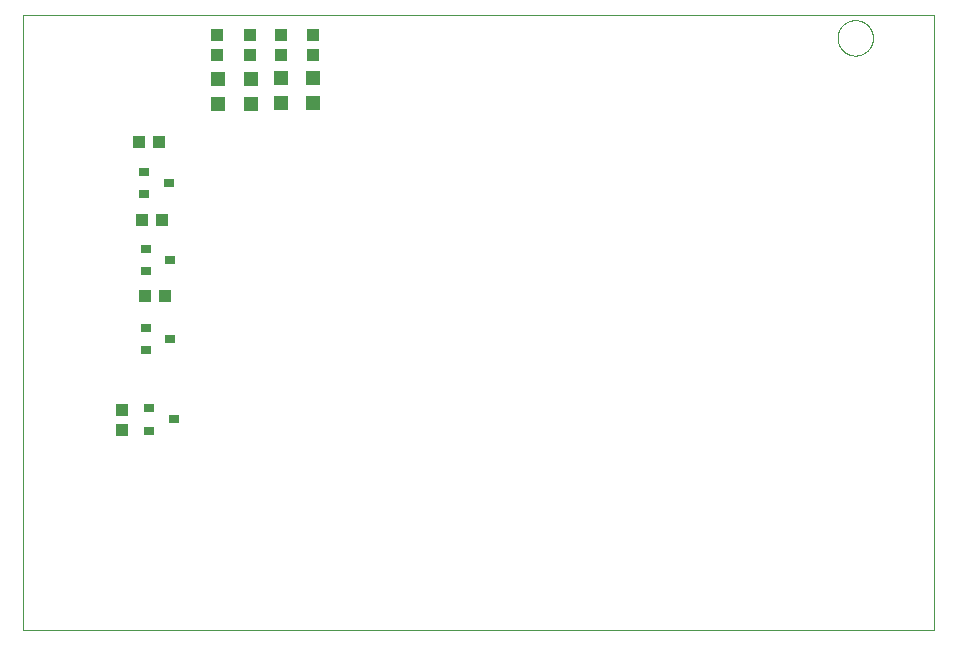
<source format=gtp>
G75*
%MOIN*%
%OFA0B0*%
%FSLAX25Y25*%
%IPPOS*%
%LPD*%
%AMOC8*
5,1,8,0,0,1.08239X$1,22.5*
%
%ADD10C,0.00000*%
%ADD11R,0.04724X0.04724*%
%ADD12R,0.04331X0.03937*%
%ADD13R,0.03937X0.04331*%
%ADD14R,0.03543X0.03150*%
D10*
X0002194Y0006842D02*
X0002194Y0211802D01*
X0305894Y0211802D01*
X0305894Y0006842D01*
X0002194Y0006842D01*
X0273768Y0204086D02*
X0273770Y0204239D01*
X0273776Y0204393D01*
X0273786Y0204546D01*
X0273800Y0204698D01*
X0273818Y0204851D01*
X0273840Y0205002D01*
X0273865Y0205153D01*
X0273895Y0205304D01*
X0273929Y0205454D01*
X0273966Y0205602D01*
X0274007Y0205750D01*
X0274052Y0205896D01*
X0274101Y0206042D01*
X0274154Y0206186D01*
X0274210Y0206328D01*
X0274270Y0206469D01*
X0274334Y0206609D01*
X0274401Y0206747D01*
X0274472Y0206883D01*
X0274547Y0207017D01*
X0274624Y0207149D01*
X0274706Y0207279D01*
X0274790Y0207407D01*
X0274878Y0207533D01*
X0274969Y0207656D01*
X0275063Y0207777D01*
X0275161Y0207895D01*
X0275261Y0208011D01*
X0275365Y0208124D01*
X0275471Y0208235D01*
X0275580Y0208343D01*
X0275692Y0208448D01*
X0275806Y0208549D01*
X0275924Y0208648D01*
X0276043Y0208744D01*
X0276165Y0208837D01*
X0276290Y0208926D01*
X0276417Y0209013D01*
X0276546Y0209095D01*
X0276677Y0209175D01*
X0276810Y0209251D01*
X0276945Y0209324D01*
X0277082Y0209393D01*
X0277221Y0209458D01*
X0277361Y0209520D01*
X0277503Y0209578D01*
X0277646Y0209633D01*
X0277791Y0209684D01*
X0277937Y0209731D01*
X0278084Y0209774D01*
X0278232Y0209813D01*
X0278381Y0209849D01*
X0278531Y0209880D01*
X0278682Y0209908D01*
X0278833Y0209932D01*
X0278986Y0209952D01*
X0279138Y0209968D01*
X0279291Y0209980D01*
X0279444Y0209988D01*
X0279597Y0209992D01*
X0279751Y0209992D01*
X0279904Y0209988D01*
X0280057Y0209980D01*
X0280210Y0209968D01*
X0280362Y0209952D01*
X0280515Y0209932D01*
X0280666Y0209908D01*
X0280817Y0209880D01*
X0280967Y0209849D01*
X0281116Y0209813D01*
X0281264Y0209774D01*
X0281411Y0209731D01*
X0281557Y0209684D01*
X0281702Y0209633D01*
X0281845Y0209578D01*
X0281987Y0209520D01*
X0282127Y0209458D01*
X0282266Y0209393D01*
X0282403Y0209324D01*
X0282538Y0209251D01*
X0282671Y0209175D01*
X0282802Y0209095D01*
X0282931Y0209013D01*
X0283058Y0208926D01*
X0283183Y0208837D01*
X0283305Y0208744D01*
X0283424Y0208648D01*
X0283542Y0208549D01*
X0283656Y0208448D01*
X0283768Y0208343D01*
X0283877Y0208235D01*
X0283983Y0208124D01*
X0284087Y0208011D01*
X0284187Y0207895D01*
X0284285Y0207777D01*
X0284379Y0207656D01*
X0284470Y0207533D01*
X0284558Y0207407D01*
X0284642Y0207279D01*
X0284724Y0207149D01*
X0284801Y0207017D01*
X0284876Y0206883D01*
X0284947Y0206747D01*
X0285014Y0206609D01*
X0285078Y0206469D01*
X0285138Y0206328D01*
X0285194Y0206186D01*
X0285247Y0206042D01*
X0285296Y0205896D01*
X0285341Y0205750D01*
X0285382Y0205602D01*
X0285419Y0205454D01*
X0285453Y0205304D01*
X0285483Y0205153D01*
X0285508Y0205002D01*
X0285530Y0204851D01*
X0285548Y0204698D01*
X0285562Y0204546D01*
X0285572Y0204393D01*
X0285578Y0204239D01*
X0285580Y0204086D01*
X0285578Y0203933D01*
X0285572Y0203779D01*
X0285562Y0203626D01*
X0285548Y0203474D01*
X0285530Y0203321D01*
X0285508Y0203170D01*
X0285483Y0203019D01*
X0285453Y0202868D01*
X0285419Y0202718D01*
X0285382Y0202570D01*
X0285341Y0202422D01*
X0285296Y0202276D01*
X0285247Y0202130D01*
X0285194Y0201986D01*
X0285138Y0201844D01*
X0285078Y0201703D01*
X0285014Y0201563D01*
X0284947Y0201425D01*
X0284876Y0201289D01*
X0284801Y0201155D01*
X0284724Y0201023D01*
X0284642Y0200893D01*
X0284558Y0200765D01*
X0284470Y0200639D01*
X0284379Y0200516D01*
X0284285Y0200395D01*
X0284187Y0200277D01*
X0284087Y0200161D01*
X0283983Y0200048D01*
X0283877Y0199937D01*
X0283768Y0199829D01*
X0283656Y0199724D01*
X0283542Y0199623D01*
X0283424Y0199524D01*
X0283305Y0199428D01*
X0283183Y0199335D01*
X0283058Y0199246D01*
X0282931Y0199159D01*
X0282802Y0199077D01*
X0282671Y0198997D01*
X0282538Y0198921D01*
X0282403Y0198848D01*
X0282266Y0198779D01*
X0282127Y0198714D01*
X0281987Y0198652D01*
X0281845Y0198594D01*
X0281702Y0198539D01*
X0281557Y0198488D01*
X0281411Y0198441D01*
X0281264Y0198398D01*
X0281116Y0198359D01*
X0280967Y0198323D01*
X0280817Y0198292D01*
X0280666Y0198264D01*
X0280515Y0198240D01*
X0280362Y0198220D01*
X0280210Y0198204D01*
X0280057Y0198192D01*
X0279904Y0198184D01*
X0279751Y0198180D01*
X0279597Y0198180D01*
X0279444Y0198184D01*
X0279291Y0198192D01*
X0279138Y0198204D01*
X0278986Y0198220D01*
X0278833Y0198240D01*
X0278682Y0198264D01*
X0278531Y0198292D01*
X0278381Y0198323D01*
X0278232Y0198359D01*
X0278084Y0198398D01*
X0277937Y0198441D01*
X0277791Y0198488D01*
X0277646Y0198539D01*
X0277503Y0198594D01*
X0277361Y0198652D01*
X0277221Y0198714D01*
X0277082Y0198779D01*
X0276945Y0198848D01*
X0276810Y0198921D01*
X0276677Y0198997D01*
X0276546Y0199077D01*
X0276417Y0199159D01*
X0276290Y0199246D01*
X0276165Y0199335D01*
X0276043Y0199428D01*
X0275924Y0199524D01*
X0275806Y0199623D01*
X0275692Y0199724D01*
X0275580Y0199829D01*
X0275471Y0199937D01*
X0275365Y0200048D01*
X0275261Y0200161D01*
X0275161Y0200277D01*
X0275063Y0200395D01*
X0274969Y0200516D01*
X0274878Y0200639D01*
X0274790Y0200765D01*
X0274706Y0200893D01*
X0274624Y0201023D01*
X0274547Y0201155D01*
X0274472Y0201289D01*
X0274401Y0201425D01*
X0274334Y0201563D01*
X0274270Y0201703D01*
X0274210Y0201844D01*
X0274154Y0201986D01*
X0274101Y0202130D01*
X0274052Y0202276D01*
X0274007Y0202422D01*
X0273966Y0202570D01*
X0273929Y0202718D01*
X0273895Y0202868D01*
X0273865Y0203019D01*
X0273840Y0203170D01*
X0273818Y0203321D01*
X0273800Y0203474D01*
X0273786Y0203626D01*
X0273776Y0203779D01*
X0273770Y0203933D01*
X0273768Y0204086D01*
D11*
X0099020Y0190605D03*
X0099020Y0182338D03*
X0088391Y0182416D03*
X0088391Y0190684D03*
X0078154Y0190369D03*
X0078154Y0182102D03*
X0067131Y0182180D03*
X0067131Y0190448D03*
D12*
X0066989Y0198220D03*
X0066989Y0204913D03*
X0078013Y0204991D03*
X0078013Y0198298D03*
X0088249Y0198377D03*
X0088249Y0205070D03*
X0098879Y0205149D03*
X0098879Y0198456D03*
X0035320Y0080149D03*
X0035320Y0073456D03*
D13*
X0042863Y0117920D03*
X0049556Y0117920D03*
X0048753Y0143511D03*
X0042060Y0143511D03*
X0041013Y0169495D03*
X0047706Y0169495D03*
D14*
X0042745Y0159401D03*
X0042745Y0151920D03*
X0051013Y0155661D03*
X0043139Y0133810D03*
X0051406Y0130070D03*
X0043139Y0126330D03*
X0043139Y0107432D03*
X0043139Y0099952D03*
X0051406Y0103692D03*
X0044320Y0080661D03*
X0052587Y0076920D03*
X0044320Y0073180D03*
M02*

</source>
